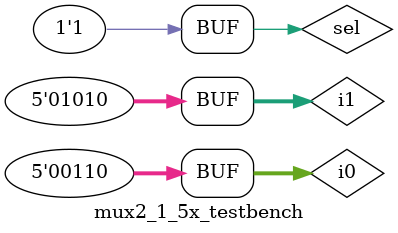
<source format=sv>
`timescale 1ps/1ps
module mux2_1_5x(i0, i1, sel, out);
	input logic [4:0] i0, i1;
	input logic sel;
	output logic [4:0] out;
	
	// Create 5 muxs
	genvar m;
	generate
		for (m = 0; m < 5; m++) begin : genm
			mux2_1 mux2 (.i0(i0[m]), .i1(i1[m]), .sel(sel), .out(out[m]));
		end
	endgenerate
endmodule

module mux2_1_5x_testbench();
	logic [4:0] i0, i1;
	logic sel;
	logic [4:0] out;
	
	mux2_1_5x dut (.*);
	
	initial begin
		sel = 0; i0 = 5'd6; i1 = 5'd10; #1000;
		sel = 1; i0 = 5'd6; i1 = 5'd10; #1000;

	end
endmodule

</source>
